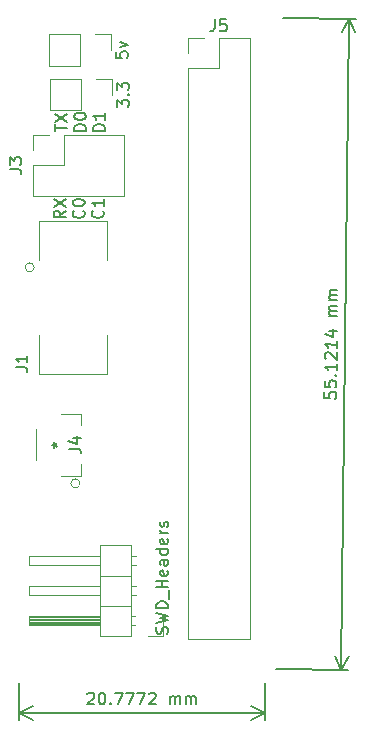
<source format=gbr>
%TF.GenerationSoftware,KiCad,Pcbnew,6.0.8-f2edbf62ab~116~ubuntu22.04.1*%
%TF.CreationDate,2022-10-03T19:02:53-04:00*%
%TF.ProjectId,RaspberryPi_PicoProgrammer,52617370-6265-4727-9279-50695f506963,rev?*%
%TF.SameCoordinates,Original*%
%TF.FileFunction,Legend,Top*%
%TF.FilePolarity,Positive*%
%FSLAX46Y46*%
G04 Gerber Fmt 4.6, Leading zero omitted, Abs format (unit mm)*
G04 Created by KiCad (PCBNEW 6.0.8-f2edbf62ab~116~ubuntu22.04.1) date 2022-10-03 19:02:53*
%MOMM*%
%LPD*%
G01*
G04 APERTURE LIST*
%ADD10C,0.150000*%
%ADD11C,0.120000*%
G04 APERTURE END LIST*
D10*
X160969837Y-91696875D02*
X160964570Y-92173036D01*
X161440205Y-92225919D01*
X161393116Y-92177776D01*
X161346553Y-92082017D01*
X161349186Y-91843936D01*
X161397855Y-91749231D01*
X161445998Y-91702141D01*
X161541757Y-91655578D01*
X161779838Y-91658211D01*
X161874543Y-91706881D01*
X161921633Y-91755024D01*
X161968196Y-91850783D01*
X161965563Y-92088863D01*
X161916893Y-92183569D01*
X161868750Y-92230658D01*
X160980369Y-90744552D02*
X160975103Y-91220714D01*
X161450738Y-91273596D01*
X161403648Y-91225453D01*
X161357085Y-91129694D01*
X161359719Y-90891614D01*
X161408388Y-90796908D01*
X161456531Y-90749818D01*
X161552290Y-90703256D01*
X161790370Y-90705889D01*
X161885076Y-90754558D01*
X161932165Y-90802701D01*
X161978728Y-90898460D01*
X161976095Y-91136541D01*
X161927426Y-91231246D01*
X161879283Y-91278336D01*
X161890342Y-90278397D02*
X161938485Y-90231307D01*
X161985575Y-90279450D01*
X161937432Y-90326540D01*
X161890342Y-90278397D01*
X161985575Y-90279450D01*
X161996634Y-89279511D02*
X161990314Y-89850905D01*
X161993474Y-89565208D02*
X160993535Y-89554149D01*
X161135330Y-89650961D01*
X161229509Y-89747247D01*
X161276072Y-89843005D01*
X161096140Y-88888576D02*
X161049051Y-88840433D01*
X161002488Y-88744675D01*
X161005121Y-88506594D01*
X161053790Y-88411888D01*
X161101933Y-88364799D01*
X161197692Y-88318236D01*
X161292924Y-88319289D01*
X161435246Y-88368485D01*
X162000320Y-88946198D01*
X162007166Y-88327189D01*
X162017699Y-87374866D02*
X162011379Y-87946259D01*
X162014539Y-87660563D02*
X161014600Y-87649503D01*
X161156395Y-87746316D01*
X161250574Y-87842601D01*
X161297137Y-87938360D01*
X161360552Y-86510403D02*
X162027178Y-86517775D01*
X160976990Y-86744270D02*
X161688599Y-86990250D01*
X161695445Y-86371241D01*
X162041397Y-85232140D02*
X161374771Y-85224767D01*
X161470004Y-85225820D02*
X161422914Y-85177677D01*
X161376351Y-85081918D01*
X161377931Y-84939070D01*
X161426601Y-84844364D01*
X161522359Y-84797802D01*
X162046137Y-84803594D01*
X161522359Y-84797802D02*
X161427654Y-84749132D01*
X161381091Y-84653373D01*
X161382671Y-84510525D01*
X161431340Y-84415819D01*
X161527099Y-84369256D01*
X162050877Y-84375049D01*
X162056143Y-83898888D02*
X161389517Y-83891515D01*
X161484749Y-83892568D02*
X161437660Y-83844426D01*
X161391097Y-83748667D01*
X161392677Y-83605818D01*
X161441346Y-83511113D01*
X161537105Y-83464550D01*
X162060883Y-83470343D01*
X161537105Y-83464550D02*
X161442399Y-83415880D01*
X161395837Y-83320121D01*
X161397416Y-83177273D01*
X161446086Y-83082567D01*
X161541845Y-83036005D01*
X162065622Y-83041797D01*
X156862369Y-115118330D02*
X162994227Y-115186148D01*
X157471969Y-60000330D02*
X163603827Y-60068148D01*
X162407843Y-115179662D02*
X163017443Y-60061662D01*
X162407843Y-115179662D02*
X163017443Y-60061662D01*
X162407843Y-115179662D02*
X163006686Y-114059712D01*
X162407843Y-115179662D02*
X161833916Y-114046742D01*
X163017443Y-60061662D02*
X162418600Y-61181612D01*
X163017443Y-60061662D02*
X163591370Y-61194582D01*
X140897552Y-117218819D02*
X140945171Y-117171200D01*
X141040409Y-117123580D01*
X141278504Y-117123580D01*
X141373742Y-117171200D01*
X141421361Y-117218819D01*
X141468980Y-117314057D01*
X141468980Y-117409295D01*
X141421361Y-117552152D01*
X140849933Y-118123580D01*
X141468980Y-118123580D01*
X142088028Y-117123580D02*
X142183266Y-117123580D01*
X142278504Y-117171200D01*
X142326123Y-117218819D01*
X142373742Y-117314057D01*
X142421361Y-117504533D01*
X142421361Y-117742628D01*
X142373742Y-117933104D01*
X142326123Y-118028342D01*
X142278504Y-118075961D01*
X142183266Y-118123580D01*
X142088028Y-118123580D01*
X141992790Y-118075961D01*
X141945171Y-118028342D01*
X141897552Y-117933104D01*
X141849933Y-117742628D01*
X141849933Y-117504533D01*
X141897552Y-117314057D01*
X141945171Y-117218819D01*
X141992790Y-117171200D01*
X142088028Y-117123580D01*
X142849933Y-118028342D02*
X142897552Y-118075961D01*
X142849933Y-118123580D01*
X142802314Y-118075961D01*
X142849933Y-118028342D01*
X142849933Y-118123580D01*
X143230885Y-117123580D02*
X143897552Y-117123580D01*
X143468980Y-118123580D01*
X144183266Y-117123580D02*
X144849933Y-117123580D01*
X144421361Y-118123580D01*
X145135647Y-117123580D02*
X145802314Y-117123580D01*
X145373742Y-118123580D01*
X146135647Y-117218819D02*
X146183266Y-117171200D01*
X146278504Y-117123580D01*
X146516600Y-117123580D01*
X146611838Y-117171200D01*
X146659457Y-117218819D01*
X146707076Y-117314057D01*
X146707076Y-117409295D01*
X146659457Y-117552152D01*
X146088028Y-118123580D01*
X146707076Y-118123580D01*
X147897552Y-118123580D02*
X147897552Y-117456914D01*
X147897552Y-117552152D02*
X147945171Y-117504533D01*
X148040409Y-117456914D01*
X148183266Y-117456914D01*
X148278504Y-117504533D01*
X148326123Y-117599771D01*
X148326123Y-118123580D01*
X148326123Y-117599771D02*
X148373742Y-117504533D01*
X148468980Y-117456914D01*
X148611838Y-117456914D01*
X148707076Y-117504533D01*
X148754695Y-117599771D01*
X148754695Y-118123580D01*
X149230885Y-118123580D02*
X149230885Y-117456914D01*
X149230885Y-117552152D02*
X149278504Y-117504533D01*
X149373742Y-117456914D01*
X149516600Y-117456914D01*
X149611838Y-117504533D01*
X149659457Y-117599771D01*
X149659457Y-118123580D01*
X149659457Y-117599771D02*
X149707076Y-117504533D01*
X149802314Y-117456914D01*
X149945171Y-117456914D01*
X150040409Y-117504533D01*
X150088028Y-117599771D01*
X150088028Y-118123580D01*
X135128000Y-116324000D02*
X135128000Y-119407620D01*
X155905200Y-116324000D02*
X155905200Y-119407620D01*
X135128000Y-118821200D02*
X155905200Y-118821200D01*
X135128000Y-118821200D02*
X155905200Y-118821200D01*
X135128000Y-118821200D02*
X136254504Y-119407621D01*
X135128000Y-118821200D02*
X136254504Y-118234779D01*
X155905200Y-118821200D02*
X154778696Y-118234779D01*
X155905200Y-118821200D02*
X154778696Y-119407621D01*
X138151980Y-69595904D02*
X138151980Y-69024476D01*
X139151980Y-69310190D02*
X138151980Y-69310190D01*
X138151980Y-68786380D02*
X139151980Y-68119714D01*
X138151980Y-68119714D02*
X139151980Y-68786380D01*
X140761980Y-69572095D02*
X139761980Y-69572095D01*
X139761980Y-69334000D01*
X139809600Y-69191142D01*
X139904838Y-69095904D01*
X140000076Y-69048285D01*
X140190552Y-69000666D01*
X140333409Y-69000666D01*
X140523885Y-69048285D01*
X140619123Y-69095904D01*
X140714361Y-69191142D01*
X140761980Y-69334000D01*
X140761980Y-69572095D01*
X139761980Y-68381619D02*
X139761980Y-68286380D01*
X139809600Y-68191142D01*
X139857219Y-68143523D01*
X139952457Y-68095904D01*
X140142933Y-68048285D01*
X140381028Y-68048285D01*
X140571504Y-68095904D01*
X140666742Y-68143523D01*
X140714361Y-68191142D01*
X140761980Y-68286380D01*
X140761980Y-68381619D01*
X140714361Y-68476857D01*
X140666742Y-68524476D01*
X140571504Y-68572095D01*
X140381028Y-68619714D01*
X140142933Y-68619714D01*
X139952457Y-68572095D01*
X139857219Y-68524476D01*
X139809600Y-68476857D01*
X139761980Y-68381619D01*
X142371980Y-69572095D02*
X141371980Y-69572095D01*
X141371980Y-69334000D01*
X141419600Y-69191142D01*
X141514838Y-69095904D01*
X141610076Y-69048285D01*
X141800552Y-69000666D01*
X141943409Y-69000666D01*
X142133885Y-69048285D01*
X142229123Y-69095904D01*
X142324361Y-69191142D01*
X142371980Y-69334000D01*
X142371980Y-69572095D01*
X142371980Y-68048285D02*
X142371980Y-68619714D01*
X142371980Y-68334000D02*
X141371980Y-68334000D01*
X141514838Y-68429238D01*
X141610076Y-68524476D01*
X141657695Y-68619714D01*
X139050380Y-76315866D02*
X138574190Y-76649200D01*
X139050380Y-76887295D02*
X138050380Y-76887295D01*
X138050380Y-76506342D01*
X138098000Y-76411104D01*
X138145619Y-76363485D01*
X138240857Y-76315866D01*
X138383714Y-76315866D01*
X138478952Y-76363485D01*
X138526571Y-76411104D01*
X138574190Y-76506342D01*
X138574190Y-76887295D01*
X138050380Y-75982533D02*
X139050380Y-75315866D01*
X138050380Y-75315866D02*
X139050380Y-75982533D01*
X140565142Y-76315866D02*
X140612761Y-76363485D01*
X140660380Y-76506342D01*
X140660380Y-76601580D01*
X140612761Y-76744438D01*
X140517523Y-76839676D01*
X140422285Y-76887295D01*
X140231809Y-76934914D01*
X140088952Y-76934914D01*
X139898476Y-76887295D01*
X139803238Y-76839676D01*
X139708000Y-76744438D01*
X139660380Y-76601580D01*
X139660380Y-76506342D01*
X139708000Y-76363485D01*
X139755619Y-76315866D01*
X139660380Y-75696819D02*
X139660380Y-75601580D01*
X139708000Y-75506342D01*
X139755619Y-75458723D01*
X139850857Y-75411104D01*
X140041333Y-75363485D01*
X140279428Y-75363485D01*
X140469904Y-75411104D01*
X140565142Y-75458723D01*
X140612761Y-75506342D01*
X140660380Y-75601580D01*
X140660380Y-75696819D01*
X140612761Y-75792057D01*
X140565142Y-75839676D01*
X140469904Y-75887295D01*
X140279428Y-75934914D01*
X140041333Y-75934914D01*
X139850857Y-75887295D01*
X139755619Y-75839676D01*
X139708000Y-75792057D01*
X139660380Y-75696819D01*
X142175142Y-76315866D02*
X142222761Y-76363485D01*
X142270380Y-76506342D01*
X142270380Y-76601580D01*
X142222761Y-76744438D01*
X142127523Y-76839676D01*
X142032285Y-76887295D01*
X141841809Y-76934914D01*
X141698952Y-76934914D01*
X141508476Y-76887295D01*
X141413238Y-76839676D01*
X141318000Y-76744438D01*
X141270380Y-76601580D01*
X141270380Y-76506342D01*
X141318000Y-76363485D01*
X141365619Y-76315866D01*
X142270380Y-75363485D02*
X142270380Y-75934914D01*
X142270380Y-75649200D02*
X141270380Y-75649200D01*
X141413238Y-75744438D01*
X141508476Y-75839676D01*
X141556095Y-75934914D01*
%TO.C,J4*%
X139330780Y-96483333D02*
X140045066Y-96483333D01*
X140187923Y-96530952D01*
X140283161Y-96626190D01*
X140330780Y-96769047D01*
X140330780Y-96864285D01*
X139664114Y-95578571D02*
X140330780Y-95578571D01*
X139283161Y-95816666D02*
X139997447Y-96054761D01*
X139997447Y-95435714D01*
X137902380Y-96150000D02*
X138140476Y-96150000D01*
X138045238Y-96388095D02*
X138140476Y-96150000D01*
X138045238Y-95911904D01*
X138330952Y-96292857D02*
X138140476Y-96150000D01*
X138330952Y-96007142D01*
%TO.C,J3*%
X134307380Y-72813333D02*
X135021666Y-72813333D01*
X135164523Y-72860952D01*
X135259761Y-72956190D01*
X135307380Y-73099047D01*
X135307380Y-73194285D01*
X134307380Y-72432380D02*
X134307380Y-71813333D01*
X134688333Y-72146666D01*
X134688333Y-72003809D01*
X134735952Y-71908571D01*
X134783571Y-71860952D01*
X134878809Y-71813333D01*
X135116904Y-71813333D01*
X135212142Y-71860952D01*
X135259761Y-71908571D01*
X135307380Y-72003809D01*
X135307380Y-72289523D01*
X135259761Y-72384761D01*
X135212142Y-72432380D01*
%TO.C,J5*%
X151686666Y-60122380D02*
X151686666Y-60836666D01*
X151639047Y-60979523D01*
X151543809Y-61074761D01*
X151400952Y-61122380D01*
X151305714Y-61122380D01*
X152639047Y-60122380D02*
X152162857Y-60122380D01*
X152115238Y-60598571D01*
X152162857Y-60550952D01*
X152258095Y-60503333D01*
X152496190Y-60503333D01*
X152591428Y-60550952D01*
X152639047Y-60598571D01*
X152686666Y-60693809D01*
X152686666Y-60931904D01*
X152639047Y-61027142D01*
X152591428Y-61074761D01*
X152496190Y-61122380D01*
X152258095Y-61122380D01*
X152162857Y-61074761D01*
X152115238Y-61027142D01*
%TO.C,3.3*%
X143412780Y-67544819D02*
X143412780Y-66925771D01*
X143793733Y-67259104D01*
X143793733Y-67116247D01*
X143841352Y-67021009D01*
X143888971Y-66973390D01*
X143984209Y-66925771D01*
X144222304Y-66925771D01*
X144317542Y-66973390D01*
X144365161Y-67021009D01*
X144412780Y-67116247D01*
X144412780Y-67401961D01*
X144365161Y-67497200D01*
X144317542Y-67544819D01*
X144317542Y-66497200D02*
X144365161Y-66449580D01*
X144412780Y-66497200D01*
X144365161Y-66544819D01*
X144317542Y-66497200D01*
X144412780Y-66497200D01*
X143412780Y-66116247D02*
X143412780Y-65497200D01*
X143793733Y-65830533D01*
X143793733Y-65687676D01*
X143841352Y-65592438D01*
X143888971Y-65544819D01*
X143984209Y-65497200D01*
X144222304Y-65497200D01*
X144317542Y-65544819D01*
X144365161Y-65592438D01*
X144412780Y-65687676D01*
X144412780Y-65973390D01*
X144365161Y-66068628D01*
X144317542Y-66116247D01*
%TO.C,5v*%
X143311180Y-62880857D02*
X143311180Y-63357047D01*
X143787371Y-63404666D01*
X143739752Y-63357047D01*
X143692133Y-63261809D01*
X143692133Y-63023714D01*
X143739752Y-62928476D01*
X143787371Y-62880857D01*
X143882609Y-62833238D01*
X144120704Y-62833238D01*
X144215942Y-62880857D01*
X144263561Y-62928476D01*
X144311180Y-63023714D01*
X144311180Y-63261809D01*
X144263561Y-63357047D01*
X144215942Y-63404666D01*
X143644514Y-62499904D02*
X144311180Y-62261809D01*
X143644514Y-62023714D01*
%TO.C,SWD_Headers*%
X147673961Y-112129295D02*
X147721580Y-111986438D01*
X147721580Y-111748342D01*
X147673961Y-111653104D01*
X147626342Y-111605485D01*
X147531104Y-111557866D01*
X147435866Y-111557866D01*
X147340628Y-111605485D01*
X147293009Y-111653104D01*
X147245390Y-111748342D01*
X147197771Y-111938819D01*
X147150152Y-112034057D01*
X147102533Y-112081676D01*
X147007295Y-112129295D01*
X146912057Y-112129295D01*
X146816819Y-112081676D01*
X146769200Y-112034057D01*
X146721580Y-111938819D01*
X146721580Y-111700723D01*
X146769200Y-111557866D01*
X146721580Y-111224533D02*
X147721580Y-110986438D01*
X147007295Y-110795961D01*
X147721580Y-110605485D01*
X146721580Y-110367390D01*
X147721580Y-109986438D02*
X146721580Y-109986438D01*
X146721580Y-109748342D01*
X146769200Y-109605485D01*
X146864438Y-109510247D01*
X146959676Y-109462628D01*
X147150152Y-109415009D01*
X147293009Y-109415009D01*
X147483485Y-109462628D01*
X147578723Y-109510247D01*
X147673961Y-109605485D01*
X147721580Y-109748342D01*
X147721580Y-109986438D01*
X147816819Y-109224533D02*
X147816819Y-108462628D01*
X147721580Y-108224533D02*
X146721580Y-108224533D01*
X147197771Y-108224533D02*
X147197771Y-107653104D01*
X147721580Y-107653104D02*
X146721580Y-107653104D01*
X147673961Y-106795961D02*
X147721580Y-106891200D01*
X147721580Y-107081676D01*
X147673961Y-107176914D01*
X147578723Y-107224533D01*
X147197771Y-107224533D01*
X147102533Y-107176914D01*
X147054914Y-107081676D01*
X147054914Y-106891200D01*
X147102533Y-106795961D01*
X147197771Y-106748342D01*
X147293009Y-106748342D01*
X147388247Y-107224533D01*
X147721580Y-105891200D02*
X147197771Y-105891200D01*
X147102533Y-105938819D01*
X147054914Y-106034057D01*
X147054914Y-106224533D01*
X147102533Y-106319771D01*
X147673961Y-105891200D02*
X147721580Y-105986438D01*
X147721580Y-106224533D01*
X147673961Y-106319771D01*
X147578723Y-106367390D01*
X147483485Y-106367390D01*
X147388247Y-106319771D01*
X147340628Y-106224533D01*
X147340628Y-105986438D01*
X147293009Y-105891200D01*
X147721580Y-104986438D02*
X146721580Y-104986438D01*
X147673961Y-104986438D02*
X147721580Y-105081676D01*
X147721580Y-105272152D01*
X147673961Y-105367390D01*
X147626342Y-105415009D01*
X147531104Y-105462628D01*
X147245390Y-105462628D01*
X147150152Y-105415009D01*
X147102533Y-105367390D01*
X147054914Y-105272152D01*
X147054914Y-105081676D01*
X147102533Y-104986438D01*
X147673961Y-104129295D02*
X147721580Y-104224533D01*
X147721580Y-104415009D01*
X147673961Y-104510247D01*
X147578723Y-104557866D01*
X147197771Y-104557866D01*
X147102533Y-104510247D01*
X147054914Y-104415009D01*
X147054914Y-104224533D01*
X147102533Y-104129295D01*
X147197771Y-104081676D01*
X147293009Y-104081676D01*
X147388247Y-104557866D01*
X147721580Y-103653104D02*
X147054914Y-103653104D01*
X147245390Y-103653104D02*
X147150152Y-103605485D01*
X147102533Y-103557866D01*
X147054914Y-103462628D01*
X147054914Y-103367390D01*
X147673961Y-103081676D02*
X147721580Y-102986438D01*
X147721580Y-102795961D01*
X147673961Y-102700723D01*
X147578723Y-102653104D01*
X147531104Y-102653104D01*
X147435866Y-102700723D01*
X147388247Y-102795961D01*
X147388247Y-102938819D01*
X147340628Y-103034057D01*
X147245390Y-103081676D01*
X147197771Y-103081676D01*
X147102533Y-103034057D01*
X147054914Y-102938819D01*
X147054914Y-102795961D01*
X147102533Y-102700723D01*
%TO.C,J1*%
X134821380Y-89588933D02*
X135535666Y-89588933D01*
X135678523Y-89636552D01*
X135773761Y-89731790D01*
X135821380Y-89874647D01*
X135821380Y-89969885D01*
X135821380Y-88588933D02*
X135821380Y-89160361D01*
X135821380Y-88874647D02*
X134821380Y-88874647D01*
X134964238Y-88969885D01*
X135059476Y-89065123D01*
X135107095Y-89160361D01*
D11*
%TO.C,J4*%
X140380400Y-98778900D02*
X140380400Y-97812941D01*
X140380400Y-94487059D02*
X140380400Y-93521100D01*
X140380400Y-93521100D02*
X138638641Y-93521100D01*
X136519600Y-94830440D02*
X136519600Y-97469560D01*
X138638641Y-98778900D02*
X140380400Y-98778900D01*
X140259400Y-99413900D02*
G75*
G03*
X140259400Y-99413900I-381000J0D01*
G01*
%TO.C,J3*%
X136295000Y-75080000D02*
X136295000Y-72480000D01*
X136295000Y-72480000D02*
X138895000Y-72480000D01*
X136295000Y-71210000D02*
X136295000Y-69880000D01*
X136295000Y-69880000D02*
X137625000Y-69880000D01*
X144035000Y-75080000D02*
X144035000Y-69880000D01*
X138895000Y-72480000D02*
X138895000Y-69880000D01*
X136295000Y-75080000D02*
X144035000Y-75080000D01*
X138895000Y-69880000D02*
X144035000Y-69880000D01*
%TO.C,J5*%
X154620000Y-61670000D02*
X154620000Y-112590000D01*
X149420000Y-61670000D02*
X150750000Y-61670000D01*
X152020000Y-61670000D02*
X154620000Y-61670000D01*
X152020000Y-64270000D02*
X152020000Y-61670000D01*
X149420000Y-64270000D02*
X149420000Y-112590000D01*
X149420000Y-63000000D02*
X149420000Y-61670000D01*
X149420000Y-112590000D02*
X154620000Y-112590000D01*
X149420000Y-64270000D02*
X152020000Y-64270000D01*
%TO.C,3.3*%
X141630400Y-65167200D02*
X142960400Y-65167200D01*
X140360400Y-65167200D02*
X140360400Y-67827200D01*
X137760400Y-65167200D02*
X137760400Y-67827200D01*
X140360400Y-65167200D02*
X137760400Y-65167200D01*
X140360400Y-67827200D02*
X137760400Y-67827200D01*
X142960400Y-65167200D02*
X142960400Y-66497200D01*
%TO.C,5v*%
X141528800Y-61408000D02*
X142858800Y-61408000D01*
X142858800Y-61408000D02*
X142858800Y-62738000D01*
X137658800Y-61408000D02*
X137658800Y-64068000D01*
X140258800Y-61408000D02*
X137658800Y-61408000D01*
X140258800Y-61408000D02*
X140258800Y-64068000D01*
X140258800Y-64068000D02*
X137658800Y-64068000D01*
%TO.C,SWD_Headers*%
X141950000Y-108870000D02*
X135950000Y-108870000D01*
X135950000Y-108870000D02*
X135950000Y-108110000D01*
X141950000Y-110990000D02*
X135950000Y-110990000D01*
X141950000Y-111350000D02*
X135950000Y-111350000D01*
X145007071Y-108110000D02*
X144610000Y-108110000D01*
X145007071Y-108870000D02*
X144610000Y-108870000D01*
X141950000Y-110870000D02*
X135950000Y-110870000D01*
X145007071Y-106330000D02*
X144610000Y-106330000D01*
X144940000Y-111410000D02*
X144610000Y-111410000D01*
X135950000Y-110650000D02*
X141950000Y-110650000D01*
X141950000Y-111410000D02*
X135950000Y-111410000D01*
X144610000Y-104620000D02*
X141950000Y-104620000D01*
X135950000Y-111410000D02*
X135950000Y-110650000D01*
X145007071Y-105570000D02*
X144610000Y-105570000D01*
X147320000Y-112300000D02*
X146050000Y-112300000D01*
X135950000Y-105570000D02*
X141950000Y-105570000D01*
X147320000Y-111030000D02*
X147320000Y-112300000D01*
X141950000Y-106330000D02*
X135950000Y-106330000D01*
X141950000Y-111110000D02*
X135950000Y-111110000D01*
X141950000Y-112360000D02*
X144610000Y-112360000D01*
X135950000Y-108110000D02*
X141950000Y-108110000D01*
X144940000Y-110650000D02*
X144610000Y-110650000D01*
X144610000Y-107220000D02*
X141950000Y-107220000D01*
X135950000Y-106330000D02*
X135950000Y-105570000D01*
X141950000Y-111230000D02*
X135950000Y-111230000D01*
X144610000Y-109760000D02*
X141950000Y-109760000D01*
X141950000Y-110750000D02*
X135950000Y-110750000D01*
X141950000Y-104620000D02*
X141950000Y-112360000D01*
X144610000Y-112360000D02*
X144610000Y-104620000D01*
%TO.C,J1*%
X142569900Y-90144600D02*
X142569900Y-86870540D01*
X136804100Y-90144600D02*
X142569900Y-90144600D01*
X142569900Y-80464660D02*
X142569900Y-77190600D01*
X136804100Y-77190600D02*
X136804100Y-80464660D01*
X136804100Y-86870540D02*
X136804100Y-90144600D01*
X142569900Y-77190600D02*
X136804100Y-77190600D01*
X136385000Y-81127600D02*
G75*
G03*
X136385000Y-81127600I-381000J0D01*
G01*
%TD*%
M02*

</source>
